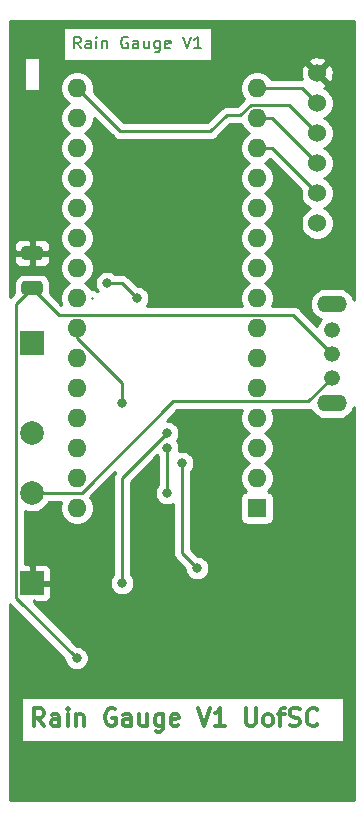
<source format=gbr>
%TF.GenerationSoftware,KiCad,Pcbnew,(5.1.9)-1*%
%TF.CreationDate,2021-11-05T10:50:43-04:00*%
%TF.ProjectId,raindrop,7261696e-6472-46f7-902e-6b696361645f,rev?*%
%TF.SameCoordinates,Original*%
%TF.FileFunction,Copper,L1,Top*%
%TF.FilePolarity,Positive*%
%FSLAX46Y46*%
G04 Gerber Fmt 4.6, Leading zero omitted, Abs format (unit mm)*
G04 Created by KiCad (PCBNEW (5.1.9)-1) date 2021-11-05 10:50:43*
%MOMM*%
%LPD*%
G01*
G04 APERTURE LIST*
%TA.AperFunction,NonConductor*%
%ADD10C,0.300000*%
%TD*%
%TA.AperFunction,NonConductor*%
%ADD11C,0.150000*%
%TD*%
%TA.AperFunction,ComponentPad*%
%ADD12C,1.524000*%
%TD*%
%TA.AperFunction,ComponentPad*%
%ADD13C,2.000000*%
%TD*%
%TA.AperFunction,ComponentPad*%
%ADD14R,2.000000X2.000000*%
%TD*%
%TA.AperFunction,ComponentPad*%
%ADD15O,1.600000X1.600000*%
%TD*%
%TA.AperFunction,ComponentPad*%
%ADD16R,1.600000X1.600000*%
%TD*%
%TA.AperFunction,ComponentPad*%
%ADD17C,1.324000*%
%TD*%
%TA.AperFunction,ComponentPad*%
%ADD18O,2.524000X1.424000*%
%TD*%
%TA.AperFunction,ViaPad*%
%ADD19C,0.800000*%
%TD*%
%TA.AperFunction,Conductor*%
%ADD20C,0.250000*%
%TD*%
%TA.AperFunction,Conductor*%
%ADD21C,0.500000*%
%TD*%
%TA.AperFunction,Conductor*%
%ADD22C,0.254000*%
%TD*%
%TA.AperFunction,Conductor*%
%ADD23C,0.100000*%
%TD*%
G04 APERTURE END LIST*
D10*
X130561428Y-123868571D02*
X130061428Y-123154285D01*
X129704285Y-123868571D02*
X129704285Y-122368571D01*
X130275714Y-122368571D01*
X130418571Y-122440000D01*
X130490000Y-122511428D01*
X130561428Y-122654285D01*
X130561428Y-122868571D01*
X130490000Y-123011428D01*
X130418571Y-123082857D01*
X130275714Y-123154285D01*
X129704285Y-123154285D01*
X131847142Y-123868571D02*
X131847142Y-123082857D01*
X131775714Y-122940000D01*
X131632857Y-122868571D01*
X131347142Y-122868571D01*
X131204285Y-122940000D01*
X131847142Y-123797142D02*
X131704285Y-123868571D01*
X131347142Y-123868571D01*
X131204285Y-123797142D01*
X131132857Y-123654285D01*
X131132857Y-123511428D01*
X131204285Y-123368571D01*
X131347142Y-123297142D01*
X131704285Y-123297142D01*
X131847142Y-123225714D01*
X132561428Y-123868571D02*
X132561428Y-122868571D01*
X132561428Y-122368571D02*
X132490000Y-122440000D01*
X132561428Y-122511428D01*
X132632857Y-122440000D01*
X132561428Y-122368571D01*
X132561428Y-122511428D01*
X133275714Y-122868571D02*
X133275714Y-123868571D01*
X133275714Y-123011428D02*
X133347142Y-122940000D01*
X133490000Y-122868571D01*
X133704285Y-122868571D01*
X133847142Y-122940000D01*
X133918571Y-123082857D01*
X133918571Y-123868571D01*
X136561428Y-122440000D02*
X136418571Y-122368571D01*
X136204285Y-122368571D01*
X135990000Y-122440000D01*
X135847142Y-122582857D01*
X135775714Y-122725714D01*
X135704285Y-123011428D01*
X135704285Y-123225714D01*
X135775714Y-123511428D01*
X135847142Y-123654285D01*
X135990000Y-123797142D01*
X136204285Y-123868571D01*
X136347142Y-123868571D01*
X136561428Y-123797142D01*
X136632857Y-123725714D01*
X136632857Y-123225714D01*
X136347142Y-123225714D01*
X137918571Y-123868571D02*
X137918571Y-123082857D01*
X137847142Y-122940000D01*
X137704285Y-122868571D01*
X137418571Y-122868571D01*
X137275714Y-122940000D01*
X137918571Y-123797142D02*
X137775714Y-123868571D01*
X137418571Y-123868571D01*
X137275714Y-123797142D01*
X137204285Y-123654285D01*
X137204285Y-123511428D01*
X137275714Y-123368571D01*
X137418571Y-123297142D01*
X137775714Y-123297142D01*
X137918571Y-123225714D01*
X139275714Y-122868571D02*
X139275714Y-123868571D01*
X138632857Y-122868571D02*
X138632857Y-123654285D01*
X138704285Y-123797142D01*
X138847142Y-123868571D01*
X139061428Y-123868571D01*
X139204285Y-123797142D01*
X139275714Y-123725714D01*
X140632857Y-122868571D02*
X140632857Y-124082857D01*
X140561428Y-124225714D01*
X140490000Y-124297142D01*
X140347142Y-124368571D01*
X140132857Y-124368571D01*
X139990000Y-124297142D01*
X140632857Y-123797142D02*
X140490000Y-123868571D01*
X140204285Y-123868571D01*
X140061428Y-123797142D01*
X139990000Y-123725714D01*
X139918571Y-123582857D01*
X139918571Y-123154285D01*
X139990000Y-123011428D01*
X140061428Y-122940000D01*
X140204285Y-122868571D01*
X140490000Y-122868571D01*
X140632857Y-122940000D01*
X141918571Y-123797142D02*
X141775714Y-123868571D01*
X141490000Y-123868571D01*
X141347142Y-123797142D01*
X141275714Y-123654285D01*
X141275714Y-123082857D01*
X141347142Y-122940000D01*
X141490000Y-122868571D01*
X141775714Y-122868571D01*
X141918571Y-122940000D01*
X141990000Y-123082857D01*
X141990000Y-123225714D01*
X141275714Y-123368571D01*
X143561428Y-122368571D02*
X144061428Y-123868571D01*
X144561428Y-122368571D01*
X145847142Y-123868571D02*
X144990000Y-123868571D01*
X145418571Y-123868571D02*
X145418571Y-122368571D01*
X145275714Y-122582857D01*
X145132857Y-122725714D01*
X144990000Y-122797142D01*
X147632857Y-122368571D02*
X147632857Y-123582857D01*
X147704285Y-123725714D01*
X147775714Y-123797142D01*
X147918571Y-123868571D01*
X148204285Y-123868571D01*
X148347142Y-123797142D01*
X148418571Y-123725714D01*
X148490000Y-123582857D01*
X148490000Y-122368571D01*
X149418571Y-123868571D02*
X149275714Y-123797142D01*
X149204285Y-123725714D01*
X149132857Y-123582857D01*
X149132857Y-123154285D01*
X149204285Y-123011428D01*
X149275714Y-122940000D01*
X149418571Y-122868571D01*
X149632857Y-122868571D01*
X149775714Y-122940000D01*
X149847142Y-123011428D01*
X149918571Y-123154285D01*
X149918571Y-123582857D01*
X149847142Y-123725714D01*
X149775714Y-123797142D01*
X149632857Y-123868571D01*
X149418571Y-123868571D01*
X150347142Y-122868571D02*
X150918571Y-122868571D01*
X150561428Y-123868571D02*
X150561428Y-122582857D01*
X150632857Y-122440000D01*
X150775714Y-122368571D01*
X150918571Y-122368571D01*
X151347142Y-123797142D02*
X151561428Y-123868571D01*
X151918571Y-123868571D01*
X152061428Y-123797142D01*
X152132857Y-123725714D01*
X152204285Y-123582857D01*
X152204285Y-123440000D01*
X152132857Y-123297142D01*
X152061428Y-123225714D01*
X151918571Y-123154285D01*
X151632857Y-123082857D01*
X151490000Y-123011428D01*
X151418571Y-122940000D01*
X151347142Y-122797142D01*
X151347142Y-122654285D01*
X151418571Y-122511428D01*
X151490000Y-122440000D01*
X151632857Y-122368571D01*
X151990000Y-122368571D01*
X152204285Y-122440000D01*
X153704285Y-123725714D02*
X153632857Y-123797142D01*
X153418571Y-123868571D01*
X153275714Y-123868571D01*
X153061428Y-123797142D01*
X152918571Y-123654285D01*
X152847142Y-123511428D01*
X152775714Y-123225714D01*
X152775714Y-123011428D01*
X152847142Y-122725714D01*
X152918571Y-122582857D01*
X153061428Y-122440000D01*
X153275714Y-122368571D01*
X153418571Y-122368571D01*
X153632857Y-122440000D01*
X153704285Y-122511428D01*
D11*
X133644285Y-66492380D02*
X133310952Y-66016190D01*
X133072857Y-66492380D02*
X133072857Y-65492380D01*
X133453809Y-65492380D01*
X133549047Y-65540000D01*
X133596666Y-65587619D01*
X133644285Y-65682857D01*
X133644285Y-65825714D01*
X133596666Y-65920952D01*
X133549047Y-65968571D01*
X133453809Y-66016190D01*
X133072857Y-66016190D01*
X134501428Y-66492380D02*
X134501428Y-65968571D01*
X134453809Y-65873333D01*
X134358571Y-65825714D01*
X134168095Y-65825714D01*
X134072857Y-65873333D01*
X134501428Y-66444761D02*
X134406190Y-66492380D01*
X134168095Y-66492380D01*
X134072857Y-66444761D01*
X134025238Y-66349523D01*
X134025238Y-66254285D01*
X134072857Y-66159047D01*
X134168095Y-66111428D01*
X134406190Y-66111428D01*
X134501428Y-66063809D01*
X134977619Y-66492380D02*
X134977619Y-65825714D01*
X134977619Y-65492380D02*
X134930000Y-65540000D01*
X134977619Y-65587619D01*
X135025238Y-65540000D01*
X134977619Y-65492380D01*
X134977619Y-65587619D01*
X135453809Y-65825714D02*
X135453809Y-66492380D01*
X135453809Y-65920952D02*
X135501428Y-65873333D01*
X135596666Y-65825714D01*
X135739523Y-65825714D01*
X135834761Y-65873333D01*
X135882380Y-65968571D01*
X135882380Y-66492380D01*
X137644285Y-65540000D02*
X137549047Y-65492380D01*
X137406190Y-65492380D01*
X137263333Y-65540000D01*
X137168095Y-65635238D01*
X137120476Y-65730476D01*
X137072857Y-65920952D01*
X137072857Y-66063809D01*
X137120476Y-66254285D01*
X137168095Y-66349523D01*
X137263333Y-66444761D01*
X137406190Y-66492380D01*
X137501428Y-66492380D01*
X137644285Y-66444761D01*
X137691904Y-66397142D01*
X137691904Y-66063809D01*
X137501428Y-66063809D01*
X138549047Y-66492380D02*
X138549047Y-65968571D01*
X138501428Y-65873333D01*
X138406190Y-65825714D01*
X138215714Y-65825714D01*
X138120476Y-65873333D01*
X138549047Y-66444761D02*
X138453809Y-66492380D01*
X138215714Y-66492380D01*
X138120476Y-66444761D01*
X138072857Y-66349523D01*
X138072857Y-66254285D01*
X138120476Y-66159047D01*
X138215714Y-66111428D01*
X138453809Y-66111428D01*
X138549047Y-66063809D01*
X139453809Y-65825714D02*
X139453809Y-66492380D01*
X139025238Y-65825714D02*
X139025238Y-66349523D01*
X139072857Y-66444761D01*
X139168095Y-66492380D01*
X139310952Y-66492380D01*
X139406190Y-66444761D01*
X139453809Y-66397142D01*
X140358571Y-65825714D02*
X140358571Y-66635238D01*
X140310952Y-66730476D01*
X140263333Y-66778095D01*
X140168095Y-66825714D01*
X140025238Y-66825714D01*
X139930000Y-66778095D01*
X140358571Y-66444761D02*
X140263333Y-66492380D01*
X140072857Y-66492380D01*
X139977619Y-66444761D01*
X139930000Y-66397142D01*
X139882380Y-66301904D01*
X139882380Y-66016190D01*
X139930000Y-65920952D01*
X139977619Y-65873333D01*
X140072857Y-65825714D01*
X140263333Y-65825714D01*
X140358571Y-65873333D01*
X141215714Y-66444761D02*
X141120476Y-66492380D01*
X140930000Y-66492380D01*
X140834761Y-66444761D01*
X140787142Y-66349523D01*
X140787142Y-65968571D01*
X140834761Y-65873333D01*
X140930000Y-65825714D01*
X141120476Y-65825714D01*
X141215714Y-65873333D01*
X141263333Y-65968571D01*
X141263333Y-66063809D01*
X140787142Y-66159047D01*
X142310952Y-65492380D02*
X142644285Y-66492380D01*
X142977619Y-65492380D01*
X143834761Y-66492380D02*
X143263333Y-66492380D01*
X143549047Y-66492380D02*
X143549047Y-65492380D01*
X143453809Y-65635238D01*
X143358571Y-65730476D01*
X143263333Y-65778095D01*
D12*
%TO.P,J1,1*%
%TO.N,Net-(A1-Pad17)*%
X153670000Y-81280000D03*
%TO.P,J1,2*%
%TO.N,Net-(A1-Pad13)*%
X153670000Y-78740000D03*
%TO.P,J1,3*%
%TO.N,Net-(A1-Pad14)*%
X153670000Y-76200000D03*
%TO.P,J1,4*%
%TO.N,Net-(A1-Pad16)*%
X153670000Y-73660000D03*
%TO.P,J1,5*%
%TO.N,Net-(A1-Pad15)*%
X153670000Y-71120000D03*
%TO.P,J1,6*%
%TO.N,Earth*%
X153670000Y-68580000D03*
%TD*%
D13*
%TO.P,J2,1*%
%TO.N,Net-(A1-Pad27)*%
X129540000Y-99060000D03*
D14*
%TO.P,J2,2*%
%TO.N,Net-(A1-Pad19)*%
X129540000Y-91440000D03*
%TD*%
%TO.P,C1,2*%
%TO.N,Earth*%
%TA.AperFunction,SMDPad,CuDef*%
G36*
G01*
X130190001Y-84395000D02*
X128889999Y-84395000D01*
G75*
G02*
X128640000Y-84145001I0J249999D01*
G01*
X128640000Y-83494999D01*
G75*
G02*
X128889999Y-83245000I249999J0D01*
G01*
X130190001Y-83245000D01*
G75*
G02*
X130440000Y-83494999I0J-249999D01*
G01*
X130440000Y-84145001D01*
G75*
G02*
X130190001Y-84395000I-249999J0D01*
G01*
G37*
%TD.AperFunction*%
%TO.P,C1,1*%
%TO.N,Net-(C1-Pad1)*%
%TA.AperFunction,SMDPad,CuDef*%
G36*
G01*
X130190001Y-87345000D02*
X128889999Y-87345000D01*
G75*
G02*
X128640000Y-87095001I0J249999D01*
G01*
X128640000Y-86444999D01*
G75*
G02*
X128889999Y-86195000I249999J0D01*
G01*
X130190001Y-86195000D01*
G75*
G02*
X130440000Y-86444999I0J-249999D01*
G01*
X130440000Y-87095001D01*
G75*
G02*
X130190001Y-87345000I-249999J0D01*
G01*
G37*
%TD.AperFunction*%
%TD*%
D15*
%TO.P,A1,16*%
%TO.N,Net-(A1-Pad16)*%
X133350000Y-69850000D03*
%TO.P,A1,15*%
%TO.N,Net-(A1-Pad15)*%
X148590000Y-69850000D03*
%TO.P,A1,30*%
%TO.N,Net-(A1-Pad30)*%
X133350000Y-105410000D03*
%TO.P,A1,14*%
%TO.N,Net-(A1-Pad14)*%
X148590000Y-72390000D03*
%TO.P,A1,29*%
%TO.N,GND*%
X133350000Y-102870000D03*
%TO.P,A1,13*%
%TO.N,Net-(A1-Pad13)*%
X148590000Y-74930000D03*
%TO.P,A1,28*%
%TO.N,Net-(A1-Pad28)*%
X133350000Y-100330000D03*
%TO.P,A1,12*%
%TO.N,Net-(A1-Pad12)*%
X148590000Y-77470000D03*
%TO.P,A1,27*%
%TO.N,Net-(A1-Pad27)*%
X133350000Y-97790000D03*
%TO.P,A1,11*%
%TO.N,Net-(A1-Pad11)*%
X148590000Y-80010000D03*
%TO.P,A1,26*%
%TO.N,Net-(A1-Pad26)*%
X133350000Y-95250000D03*
%TO.P,A1,10*%
%TO.N,Net-(A1-Pad10)*%
X148590000Y-82550000D03*
%TO.P,A1,25*%
%TO.N,Net-(A1-Pad25)*%
X133350000Y-92710000D03*
%TO.P,A1,9*%
%TO.N,Net-(A1-Pad9)*%
X148590000Y-85090000D03*
%TO.P,A1,24*%
%TO.N,Net-(A1-Pad24)*%
X133350000Y-90170000D03*
%TO.P,A1,8*%
%TO.N,Net-(A1-Pad8)*%
X148590000Y-87630000D03*
%TO.P,A1,23*%
%TO.N,Net-(A1-Pad23)*%
X133350000Y-87630000D03*
%TO.P,A1,7*%
%TO.N,Net-(A1-Pad7)*%
X148590000Y-90170000D03*
%TO.P,A1,22*%
%TO.N,Net-(A1-Pad22)*%
X133350000Y-85090000D03*
%TO.P,A1,6*%
%TO.N,Net-(A1-Pad6)*%
X148590000Y-92710000D03*
%TO.P,A1,21*%
%TO.N,Net-(A1-Pad21)*%
X133350000Y-82550000D03*
%TO.P,A1,5*%
%TO.N,Net-(A1-Pad5)*%
X148590000Y-95250000D03*
%TO.P,A1,20*%
%TO.N,Net-(A1-Pad20)*%
X133350000Y-80010000D03*
%TO.P,A1,4*%
%TO.N,GND*%
X148590000Y-97790000D03*
%TO.P,A1,19*%
%TO.N,Net-(A1-Pad19)*%
X133350000Y-77470000D03*
%TO.P,A1,3*%
%TO.N,Net-(A1-Pad3)*%
X148590000Y-100330000D03*
%TO.P,A1,18*%
%TO.N,Net-(A1-Pad18)*%
X133350000Y-74930000D03*
%TO.P,A1,2*%
%TO.N,Net-(A1-Pad2)*%
X148590000Y-102870000D03*
%TO.P,A1,17*%
%TO.N,Net-(A1-Pad17)*%
X133350000Y-72390000D03*
D16*
%TO.P,A1,1*%
%TO.N,Net-(A1-Pad1)*%
X148590000Y-105410000D03*
%TD*%
D17*
%TO.P,J4,1*%
%TO.N,Net-(J3-Pad1)*%
X154940000Y-94361000D03*
%TO.P,J4,2*%
%TO.N,Net-(C1-Pad1)*%
X154940000Y-92329000D03*
%TO.P,J4,3*%
%TO.N,N/C*%
X154940000Y-90297000D03*
D18*
%TO.P,J4,4*%
X154940000Y-96520000D03*
%TO.P,J4,5*%
X154940000Y-88138000D03*
%TD*%
D13*
%TO.P,J3,1*%
%TO.N,Net-(J3-Pad1)*%
X129540000Y-104140000D03*
D14*
%TO.P,J3,2*%
%TO.N,Earth*%
X129540000Y-111760000D03*
%TD*%
D19*
%TO.N,Earth*%
X129540000Y-127000000D03*
X154940000Y-127000000D03*
X128270000Y-66040000D03*
X140970000Y-74930000D03*
X140970000Y-83820000D03*
%TO.N,Net-(C1-Pad1)*%
X133304998Y-118110000D03*
%TO.N,Net-(A1-Pad17)*%
X137160000Y-111760000D03*
X137160000Y-111760000D03*
X140970000Y-99060000D03*
X140970000Y-99060000D03*
%TO.N,Net-(A1-Pad24)*%
X140970000Y-104140000D03*
X140970000Y-104140000D03*
X140970000Y-100330000D03*
X140970000Y-100330000D03*
X137160000Y-96520000D03*
%TO.N,Net-(A1-Pad23)*%
X135890000Y-86360000D03*
X138430000Y-87630000D03*
X142240000Y-101600000D03*
X143510000Y-110490000D03*
%TD*%
D20*
%TO.N,*%
X134620000Y-87630000D02*
X134620000Y-87630000D01*
D21*
%TO.N,Earth*%
X140970000Y-74930000D02*
X140970000Y-83820000D01*
D20*
%TO.N,Net-(C1-Pad1)*%
X151655999Y-89044999D02*
X154940000Y-92329000D01*
X131814999Y-89044999D02*
X151655999Y-89044999D01*
X129540000Y-86770000D02*
X131814999Y-89044999D01*
X128214999Y-113020001D02*
X133304998Y-118110000D01*
X128214999Y-88095001D02*
X128214999Y-113020001D01*
X129540000Y-86770000D02*
X128214999Y-88095001D01*
X133304998Y-118110000D02*
X133304998Y-118110000D01*
%TO.N,Net-(A1-Pad17)*%
X137160000Y-111760000D02*
X137160000Y-102870000D01*
X137160000Y-102870000D02*
X140970000Y-99060000D01*
X140970000Y-99060000D02*
X140970000Y-99060000D01*
%TO.N,Net-(A1-Pad13)*%
X149860000Y-74930000D02*
X153670000Y-78740000D01*
X148590000Y-74930000D02*
X148590000Y-74930000D01*
X148590000Y-74930000D02*
X149860000Y-74930000D01*
X153670000Y-78740000D02*
X153670000Y-78740000D01*
%TO.N,Net-(A1-Pad16)*%
X137015001Y-73515001D02*
X133350000Y-69850000D01*
X153670000Y-73660000D02*
X153670000Y-73660000D01*
X151274999Y-71264999D02*
X148049999Y-71264999D01*
X153670000Y-73660000D02*
X151274999Y-71264999D01*
X148049999Y-71264999D02*
X147175001Y-72139997D01*
X147175001Y-72139997D02*
X146010005Y-72139997D01*
X146010005Y-72139997D02*
X144635001Y-73515001D01*
X144635001Y-73515001D02*
X137015001Y-73515001D01*
%TO.N,Net-(A1-Pad14)*%
X149860000Y-72390000D02*
X153670000Y-76200000D01*
X148590000Y-72390000D02*
X148590000Y-72390000D01*
X148590000Y-72390000D02*
X149860000Y-72390000D01*
X153670000Y-76200000D02*
X153670000Y-76200000D01*
%TO.N,Net-(A1-Pad15)*%
X152400000Y-69850000D02*
X153670000Y-71120000D01*
X148590000Y-69850000D02*
X152400000Y-69850000D01*
%TO.N,Net-(J3-Pad1)*%
X152925999Y-96375001D02*
X154940000Y-94361000D01*
X141510001Y-96375001D02*
X152925999Y-96375001D01*
X133745002Y-104140000D02*
X141510001Y-96375001D01*
X129540000Y-104140000D02*
X133745002Y-104140000D01*
%TO.N,Net-(A1-Pad24)*%
X140970000Y-104140000D02*
X140970000Y-100330000D01*
X140970000Y-100330000D02*
X140970000Y-100330000D01*
X140970000Y-100330000D02*
X140970000Y-100330000D01*
X133350000Y-91044998D02*
X133350000Y-90170000D01*
X137160000Y-94854998D02*
X133350000Y-91044998D01*
X137160000Y-96520000D02*
X137160000Y-94854998D01*
X133350000Y-90170000D02*
X133350000Y-90170000D01*
%TO.N,Net-(A1-Pad23)*%
X135890000Y-86360000D02*
X137160000Y-86360000D01*
X137160000Y-86360000D02*
X138430000Y-87630000D01*
X138430000Y-87630000D02*
X138430000Y-87630000D01*
X142240000Y-101600000D02*
X142240000Y-109220000D01*
X142240000Y-109220000D02*
X143510000Y-110490000D01*
X143510000Y-110490000D02*
X143510000Y-110490000D01*
%TD*%
D22*
%TO.N,Earth*%
X156795000Y-130125000D02*
X127685000Y-130125000D01*
X127685000Y-121400000D01*
X128562143Y-121400000D01*
X128562143Y-125220000D01*
X155917857Y-125220000D01*
X155917857Y-121400000D01*
X128562143Y-121400000D01*
X127685000Y-121400000D01*
X127685000Y-113568210D01*
X127703997Y-113583800D01*
X132269998Y-118149802D01*
X132269998Y-118211939D01*
X132309772Y-118411898D01*
X132387793Y-118600256D01*
X132501061Y-118769774D01*
X132645224Y-118913937D01*
X132814742Y-119027205D01*
X133003100Y-119105226D01*
X133203059Y-119145000D01*
X133406937Y-119145000D01*
X133606896Y-119105226D01*
X133795254Y-119027205D01*
X133964772Y-118913937D01*
X134108935Y-118769774D01*
X134222203Y-118600256D01*
X134300224Y-118411898D01*
X134339998Y-118211939D01*
X134339998Y-118008061D01*
X134300224Y-117808102D01*
X134222203Y-117619744D01*
X134108935Y-117450226D01*
X133964772Y-117306063D01*
X133795254Y-117192795D01*
X133606896Y-117114774D01*
X133406937Y-117075000D01*
X133344800Y-117075000D01*
X129664799Y-113395000D01*
X129667002Y-113395000D01*
X129667002Y-113236252D01*
X129825750Y-113395000D01*
X130540000Y-113398072D01*
X130664482Y-113385812D01*
X130784180Y-113349502D01*
X130894494Y-113290537D01*
X130991185Y-113211185D01*
X131070537Y-113114494D01*
X131129502Y-113004180D01*
X131165812Y-112884482D01*
X131178072Y-112760000D01*
X131175000Y-112045750D01*
X131016250Y-111887000D01*
X129667000Y-111887000D01*
X129667000Y-111907000D01*
X129413000Y-111907000D01*
X129413000Y-111887000D01*
X129393000Y-111887000D01*
X129393000Y-111633000D01*
X129413000Y-111633000D01*
X129413000Y-110283750D01*
X129667000Y-110283750D01*
X129667000Y-111633000D01*
X131016250Y-111633000D01*
X131175000Y-111474250D01*
X131178072Y-110760000D01*
X131165812Y-110635518D01*
X131129502Y-110515820D01*
X131070537Y-110405506D01*
X130991185Y-110308815D01*
X130894494Y-110229463D01*
X130784180Y-110170498D01*
X130664482Y-110134188D01*
X130540000Y-110121928D01*
X129825750Y-110125000D01*
X129667000Y-110283750D01*
X129413000Y-110283750D01*
X129254250Y-110125000D01*
X128974999Y-110123799D01*
X128974999Y-105675680D01*
X129063088Y-105712168D01*
X129378967Y-105775000D01*
X129701033Y-105775000D01*
X130016912Y-105712168D01*
X130314463Y-105588918D01*
X130582252Y-105409987D01*
X130809987Y-105182252D01*
X130988918Y-104914463D01*
X130994909Y-104900000D01*
X132008017Y-104900000D01*
X131970147Y-104991426D01*
X131915000Y-105268665D01*
X131915000Y-105551335D01*
X131970147Y-105828574D01*
X132078320Y-106089727D01*
X132235363Y-106324759D01*
X132435241Y-106524637D01*
X132670273Y-106681680D01*
X132931426Y-106789853D01*
X133208665Y-106845000D01*
X133491335Y-106845000D01*
X133768574Y-106789853D01*
X134029727Y-106681680D01*
X134264759Y-106524637D01*
X134464637Y-106324759D01*
X134621680Y-106089727D01*
X134729853Y-105828574D01*
X134785000Y-105551335D01*
X134785000Y-105268665D01*
X134729853Y-104991426D01*
X134621680Y-104730273D01*
X134464637Y-104495241D01*
X134464600Y-104495204D01*
X136575128Y-102384676D01*
X136525026Y-102445724D01*
X136454454Y-102577754D01*
X136424180Y-102677558D01*
X136410998Y-102721014D01*
X136400001Y-102832667D01*
X136396324Y-102870000D01*
X136400001Y-102907332D01*
X136400000Y-111056289D01*
X136356063Y-111100226D01*
X136242795Y-111269744D01*
X136164774Y-111458102D01*
X136125000Y-111658061D01*
X136125000Y-111861939D01*
X136164774Y-112061898D01*
X136242795Y-112250256D01*
X136356063Y-112419774D01*
X136500226Y-112563937D01*
X136669744Y-112677205D01*
X136858102Y-112755226D01*
X137058061Y-112795000D01*
X137261939Y-112795000D01*
X137461898Y-112755226D01*
X137650256Y-112677205D01*
X137819774Y-112563937D01*
X137963937Y-112419774D01*
X138077205Y-112250256D01*
X138155226Y-112061898D01*
X138195000Y-111861939D01*
X138195000Y-111658061D01*
X138155226Y-111458102D01*
X138077205Y-111269744D01*
X137963937Y-111100226D01*
X137920000Y-111056289D01*
X137920000Y-103184801D01*
X140145621Y-100959181D01*
X140166063Y-100989774D01*
X140210001Y-101033712D01*
X140210000Y-103436289D01*
X140166063Y-103480226D01*
X140052795Y-103649744D01*
X139974774Y-103838102D01*
X139935000Y-104038061D01*
X139935000Y-104241939D01*
X139974774Y-104441898D01*
X140052795Y-104630256D01*
X140166063Y-104799774D01*
X140310226Y-104943937D01*
X140479744Y-105057205D01*
X140668102Y-105135226D01*
X140868061Y-105175000D01*
X141071939Y-105175000D01*
X141271898Y-105135226D01*
X141460256Y-105057205D01*
X141480000Y-105044012D01*
X141480001Y-109182668D01*
X141476324Y-109220000D01*
X141490998Y-109368985D01*
X141534454Y-109512246D01*
X141605026Y-109644276D01*
X141675379Y-109730000D01*
X141700000Y-109760001D01*
X141728998Y-109783799D01*
X142475000Y-110529802D01*
X142475000Y-110591939D01*
X142514774Y-110791898D01*
X142592795Y-110980256D01*
X142706063Y-111149774D01*
X142850226Y-111293937D01*
X143019744Y-111407205D01*
X143208102Y-111485226D01*
X143408061Y-111525000D01*
X143611939Y-111525000D01*
X143811898Y-111485226D01*
X144000256Y-111407205D01*
X144169774Y-111293937D01*
X144313937Y-111149774D01*
X144427205Y-110980256D01*
X144505226Y-110791898D01*
X144545000Y-110591939D01*
X144545000Y-110388061D01*
X144505226Y-110188102D01*
X144427205Y-109999744D01*
X144313937Y-109830226D01*
X144169774Y-109686063D01*
X144000256Y-109572795D01*
X143811898Y-109494774D01*
X143611939Y-109455000D01*
X143549802Y-109455000D01*
X143000000Y-108905199D01*
X143000000Y-102303711D01*
X143043937Y-102259774D01*
X143157205Y-102090256D01*
X143235226Y-101901898D01*
X143275000Y-101701939D01*
X143275000Y-101498061D01*
X143235226Y-101298102D01*
X143157205Y-101109744D01*
X143043937Y-100940226D01*
X142899774Y-100796063D01*
X142730256Y-100682795D01*
X142541898Y-100604774D01*
X142341939Y-100565000D01*
X142138061Y-100565000D01*
X141971961Y-100598039D01*
X142005000Y-100431939D01*
X142005000Y-100228061D01*
X141965226Y-100028102D01*
X141887205Y-99839744D01*
X141790490Y-99695000D01*
X141887205Y-99550256D01*
X141965226Y-99361898D01*
X142005000Y-99161939D01*
X142005000Y-98958061D01*
X141965226Y-98758102D01*
X141887205Y-98569744D01*
X141773937Y-98400226D01*
X141629774Y-98256063D01*
X141460256Y-98142795D01*
X141271898Y-98064774D01*
X141071939Y-98025000D01*
X140934804Y-98025000D01*
X141824803Y-97135001D01*
X147308077Y-97135001D01*
X147210147Y-97371426D01*
X147155000Y-97648665D01*
X147155000Y-97931335D01*
X147210147Y-98208574D01*
X147318320Y-98469727D01*
X147475363Y-98704759D01*
X147675241Y-98904637D01*
X147907759Y-99060000D01*
X147675241Y-99215363D01*
X147475363Y-99415241D01*
X147318320Y-99650273D01*
X147210147Y-99911426D01*
X147155000Y-100188665D01*
X147155000Y-100471335D01*
X147210147Y-100748574D01*
X147318320Y-101009727D01*
X147475363Y-101244759D01*
X147675241Y-101444637D01*
X147907759Y-101600000D01*
X147675241Y-101755363D01*
X147475363Y-101955241D01*
X147318320Y-102190273D01*
X147210147Y-102451426D01*
X147155000Y-102728665D01*
X147155000Y-103011335D01*
X147210147Y-103288574D01*
X147318320Y-103549727D01*
X147475363Y-103784759D01*
X147673961Y-103983357D01*
X147665518Y-103984188D01*
X147545820Y-104020498D01*
X147435506Y-104079463D01*
X147338815Y-104158815D01*
X147259463Y-104255506D01*
X147200498Y-104365820D01*
X147164188Y-104485518D01*
X147151928Y-104610000D01*
X147151928Y-106210000D01*
X147164188Y-106334482D01*
X147200498Y-106454180D01*
X147259463Y-106564494D01*
X147338815Y-106661185D01*
X147435506Y-106740537D01*
X147545820Y-106799502D01*
X147665518Y-106835812D01*
X147790000Y-106848072D01*
X149390000Y-106848072D01*
X149514482Y-106835812D01*
X149634180Y-106799502D01*
X149744494Y-106740537D01*
X149841185Y-106661185D01*
X149920537Y-106564494D01*
X149979502Y-106454180D01*
X150015812Y-106334482D01*
X150028072Y-106210000D01*
X150028072Y-104610000D01*
X150015812Y-104485518D01*
X149979502Y-104365820D01*
X149920537Y-104255506D01*
X149841185Y-104158815D01*
X149744494Y-104079463D01*
X149634180Y-104020498D01*
X149514482Y-103984188D01*
X149506039Y-103983357D01*
X149704637Y-103784759D01*
X149861680Y-103549727D01*
X149969853Y-103288574D01*
X150025000Y-103011335D01*
X150025000Y-102728665D01*
X149969853Y-102451426D01*
X149861680Y-102190273D01*
X149704637Y-101955241D01*
X149504759Y-101755363D01*
X149272241Y-101600000D01*
X149504759Y-101444637D01*
X149704637Y-101244759D01*
X149861680Y-101009727D01*
X149969853Y-100748574D01*
X150025000Y-100471335D01*
X150025000Y-100188665D01*
X149969853Y-99911426D01*
X149861680Y-99650273D01*
X149704637Y-99415241D01*
X149504759Y-99215363D01*
X149272241Y-99060000D01*
X149504759Y-98904637D01*
X149704637Y-98704759D01*
X149861680Y-98469727D01*
X149969853Y-98208574D01*
X150025000Y-97931335D01*
X150025000Y-97648665D01*
X149969853Y-97371426D01*
X149871923Y-97135001D01*
X152888677Y-97135001D01*
X152925999Y-97138677D01*
X152963321Y-97135001D01*
X152963332Y-97135001D01*
X153074985Y-97124004D01*
X153170081Y-97095157D01*
X153264592Y-97271974D01*
X153432919Y-97477081D01*
X153638026Y-97645408D01*
X153872031Y-97770487D01*
X154125942Y-97847510D01*
X154323831Y-97867000D01*
X155556169Y-97867000D01*
X155754058Y-97847510D01*
X156007969Y-97770487D01*
X156241974Y-97645408D01*
X156447081Y-97477081D01*
X156615408Y-97271974D01*
X156740487Y-97037969D01*
X156795001Y-96858262D01*
X156795000Y-130125000D01*
%TA.AperFunction,Conductor*%
D23*
G36*
X156795000Y-130125000D02*
G01*
X127685000Y-130125000D01*
X127685000Y-121400000D01*
X128562143Y-121400000D01*
X128562143Y-125220000D01*
X155917857Y-125220000D01*
X155917857Y-121400000D01*
X128562143Y-121400000D01*
X127685000Y-121400000D01*
X127685000Y-113568210D01*
X127703997Y-113583800D01*
X132269998Y-118149802D01*
X132269998Y-118211939D01*
X132309772Y-118411898D01*
X132387793Y-118600256D01*
X132501061Y-118769774D01*
X132645224Y-118913937D01*
X132814742Y-119027205D01*
X133003100Y-119105226D01*
X133203059Y-119145000D01*
X133406937Y-119145000D01*
X133606896Y-119105226D01*
X133795254Y-119027205D01*
X133964772Y-118913937D01*
X134108935Y-118769774D01*
X134222203Y-118600256D01*
X134300224Y-118411898D01*
X134339998Y-118211939D01*
X134339998Y-118008061D01*
X134300224Y-117808102D01*
X134222203Y-117619744D01*
X134108935Y-117450226D01*
X133964772Y-117306063D01*
X133795254Y-117192795D01*
X133606896Y-117114774D01*
X133406937Y-117075000D01*
X133344800Y-117075000D01*
X129664799Y-113395000D01*
X129667002Y-113395000D01*
X129667002Y-113236252D01*
X129825750Y-113395000D01*
X130540000Y-113398072D01*
X130664482Y-113385812D01*
X130784180Y-113349502D01*
X130894494Y-113290537D01*
X130991185Y-113211185D01*
X131070537Y-113114494D01*
X131129502Y-113004180D01*
X131165812Y-112884482D01*
X131178072Y-112760000D01*
X131175000Y-112045750D01*
X131016250Y-111887000D01*
X129667000Y-111887000D01*
X129667000Y-111907000D01*
X129413000Y-111907000D01*
X129413000Y-111887000D01*
X129393000Y-111887000D01*
X129393000Y-111633000D01*
X129413000Y-111633000D01*
X129413000Y-110283750D01*
X129667000Y-110283750D01*
X129667000Y-111633000D01*
X131016250Y-111633000D01*
X131175000Y-111474250D01*
X131178072Y-110760000D01*
X131165812Y-110635518D01*
X131129502Y-110515820D01*
X131070537Y-110405506D01*
X130991185Y-110308815D01*
X130894494Y-110229463D01*
X130784180Y-110170498D01*
X130664482Y-110134188D01*
X130540000Y-110121928D01*
X129825750Y-110125000D01*
X129667000Y-110283750D01*
X129413000Y-110283750D01*
X129254250Y-110125000D01*
X128974999Y-110123799D01*
X128974999Y-105675680D01*
X129063088Y-105712168D01*
X129378967Y-105775000D01*
X129701033Y-105775000D01*
X130016912Y-105712168D01*
X130314463Y-105588918D01*
X130582252Y-105409987D01*
X130809987Y-105182252D01*
X130988918Y-104914463D01*
X130994909Y-104900000D01*
X132008017Y-104900000D01*
X131970147Y-104991426D01*
X131915000Y-105268665D01*
X131915000Y-105551335D01*
X131970147Y-105828574D01*
X132078320Y-106089727D01*
X132235363Y-106324759D01*
X132435241Y-106524637D01*
X132670273Y-106681680D01*
X132931426Y-106789853D01*
X133208665Y-106845000D01*
X133491335Y-106845000D01*
X133768574Y-106789853D01*
X134029727Y-106681680D01*
X134264759Y-106524637D01*
X134464637Y-106324759D01*
X134621680Y-106089727D01*
X134729853Y-105828574D01*
X134785000Y-105551335D01*
X134785000Y-105268665D01*
X134729853Y-104991426D01*
X134621680Y-104730273D01*
X134464637Y-104495241D01*
X134464600Y-104495204D01*
X136575128Y-102384676D01*
X136525026Y-102445724D01*
X136454454Y-102577754D01*
X136424180Y-102677558D01*
X136410998Y-102721014D01*
X136400001Y-102832667D01*
X136396324Y-102870000D01*
X136400001Y-102907332D01*
X136400000Y-111056289D01*
X136356063Y-111100226D01*
X136242795Y-111269744D01*
X136164774Y-111458102D01*
X136125000Y-111658061D01*
X136125000Y-111861939D01*
X136164774Y-112061898D01*
X136242795Y-112250256D01*
X136356063Y-112419774D01*
X136500226Y-112563937D01*
X136669744Y-112677205D01*
X136858102Y-112755226D01*
X137058061Y-112795000D01*
X137261939Y-112795000D01*
X137461898Y-112755226D01*
X137650256Y-112677205D01*
X137819774Y-112563937D01*
X137963937Y-112419774D01*
X138077205Y-112250256D01*
X138155226Y-112061898D01*
X138195000Y-111861939D01*
X138195000Y-111658061D01*
X138155226Y-111458102D01*
X138077205Y-111269744D01*
X137963937Y-111100226D01*
X137920000Y-111056289D01*
X137920000Y-103184801D01*
X140145621Y-100959181D01*
X140166063Y-100989774D01*
X140210001Y-101033712D01*
X140210000Y-103436289D01*
X140166063Y-103480226D01*
X140052795Y-103649744D01*
X139974774Y-103838102D01*
X139935000Y-104038061D01*
X139935000Y-104241939D01*
X139974774Y-104441898D01*
X140052795Y-104630256D01*
X140166063Y-104799774D01*
X140310226Y-104943937D01*
X140479744Y-105057205D01*
X140668102Y-105135226D01*
X140868061Y-105175000D01*
X141071939Y-105175000D01*
X141271898Y-105135226D01*
X141460256Y-105057205D01*
X141480000Y-105044012D01*
X141480001Y-109182668D01*
X141476324Y-109220000D01*
X141490998Y-109368985D01*
X141534454Y-109512246D01*
X141605026Y-109644276D01*
X141675379Y-109730000D01*
X141700000Y-109760001D01*
X141728998Y-109783799D01*
X142475000Y-110529802D01*
X142475000Y-110591939D01*
X142514774Y-110791898D01*
X142592795Y-110980256D01*
X142706063Y-111149774D01*
X142850226Y-111293937D01*
X143019744Y-111407205D01*
X143208102Y-111485226D01*
X143408061Y-111525000D01*
X143611939Y-111525000D01*
X143811898Y-111485226D01*
X144000256Y-111407205D01*
X144169774Y-111293937D01*
X144313937Y-111149774D01*
X144427205Y-110980256D01*
X144505226Y-110791898D01*
X144545000Y-110591939D01*
X144545000Y-110388061D01*
X144505226Y-110188102D01*
X144427205Y-109999744D01*
X144313937Y-109830226D01*
X144169774Y-109686063D01*
X144000256Y-109572795D01*
X143811898Y-109494774D01*
X143611939Y-109455000D01*
X143549802Y-109455000D01*
X143000000Y-108905199D01*
X143000000Y-102303711D01*
X143043937Y-102259774D01*
X143157205Y-102090256D01*
X143235226Y-101901898D01*
X143275000Y-101701939D01*
X143275000Y-101498061D01*
X143235226Y-101298102D01*
X143157205Y-101109744D01*
X143043937Y-100940226D01*
X142899774Y-100796063D01*
X142730256Y-100682795D01*
X142541898Y-100604774D01*
X142341939Y-100565000D01*
X142138061Y-100565000D01*
X141971961Y-100598039D01*
X142005000Y-100431939D01*
X142005000Y-100228061D01*
X141965226Y-100028102D01*
X141887205Y-99839744D01*
X141790490Y-99695000D01*
X141887205Y-99550256D01*
X141965226Y-99361898D01*
X142005000Y-99161939D01*
X142005000Y-98958061D01*
X141965226Y-98758102D01*
X141887205Y-98569744D01*
X141773937Y-98400226D01*
X141629774Y-98256063D01*
X141460256Y-98142795D01*
X141271898Y-98064774D01*
X141071939Y-98025000D01*
X140934804Y-98025000D01*
X141824803Y-97135001D01*
X147308077Y-97135001D01*
X147210147Y-97371426D01*
X147155000Y-97648665D01*
X147155000Y-97931335D01*
X147210147Y-98208574D01*
X147318320Y-98469727D01*
X147475363Y-98704759D01*
X147675241Y-98904637D01*
X147907759Y-99060000D01*
X147675241Y-99215363D01*
X147475363Y-99415241D01*
X147318320Y-99650273D01*
X147210147Y-99911426D01*
X147155000Y-100188665D01*
X147155000Y-100471335D01*
X147210147Y-100748574D01*
X147318320Y-101009727D01*
X147475363Y-101244759D01*
X147675241Y-101444637D01*
X147907759Y-101600000D01*
X147675241Y-101755363D01*
X147475363Y-101955241D01*
X147318320Y-102190273D01*
X147210147Y-102451426D01*
X147155000Y-102728665D01*
X147155000Y-103011335D01*
X147210147Y-103288574D01*
X147318320Y-103549727D01*
X147475363Y-103784759D01*
X147673961Y-103983357D01*
X147665518Y-103984188D01*
X147545820Y-104020498D01*
X147435506Y-104079463D01*
X147338815Y-104158815D01*
X147259463Y-104255506D01*
X147200498Y-104365820D01*
X147164188Y-104485518D01*
X147151928Y-104610000D01*
X147151928Y-106210000D01*
X147164188Y-106334482D01*
X147200498Y-106454180D01*
X147259463Y-106564494D01*
X147338815Y-106661185D01*
X147435506Y-106740537D01*
X147545820Y-106799502D01*
X147665518Y-106835812D01*
X147790000Y-106848072D01*
X149390000Y-106848072D01*
X149514482Y-106835812D01*
X149634180Y-106799502D01*
X149744494Y-106740537D01*
X149841185Y-106661185D01*
X149920537Y-106564494D01*
X149979502Y-106454180D01*
X150015812Y-106334482D01*
X150028072Y-106210000D01*
X150028072Y-104610000D01*
X150015812Y-104485518D01*
X149979502Y-104365820D01*
X149920537Y-104255506D01*
X149841185Y-104158815D01*
X149744494Y-104079463D01*
X149634180Y-104020498D01*
X149514482Y-103984188D01*
X149506039Y-103983357D01*
X149704637Y-103784759D01*
X149861680Y-103549727D01*
X149969853Y-103288574D01*
X150025000Y-103011335D01*
X150025000Y-102728665D01*
X149969853Y-102451426D01*
X149861680Y-102190273D01*
X149704637Y-101955241D01*
X149504759Y-101755363D01*
X149272241Y-101600000D01*
X149504759Y-101444637D01*
X149704637Y-101244759D01*
X149861680Y-101009727D01*
X149969853Y-100748574D01*
X150025000Y-100471335D01*
X150025000Y-100188665D01*
X149969853Y-99911426D01*
X149861680Y-99650273D01*
X149704637Y-99415241D01*
X149504759Y-99215363D01*
X149272241Y-99060000D01*
X149504759Y-98904637D01*
X149704637Y-98704759D01*
X149861680Y-98469727D01*
X149969853Y-98208574D01*
X150025000Y-97931335D01*
X150025000Y-97648665D01*
X149969853Y-97371426D01*
X149871923Y-97135001D01*
X152888677Y-97135001D01*
X152925999Y-97138677D01*
X152963321Y-97135001D01*
X152963332Y-97135001D01*
X153074985Y-97124004D01*
X153170081Y-97095157D01*
X153264592Y-97271974D01*
X153432919Y-97477081D01*
X153638026Y-97645408D01*
X153872031Y-97770487D01*
X154125942Y-97847510D01*
X154323831Y-97867000D01*
X155556169Y-97867000D01*
X155754058Y-97847510D01*
X156007969Y-97770487D01*
X156241974Y-97645408D01*
X156447081Y-97477081D01*
X156615408Y-97271974D01*
X156740487Y-97037969D01*
X156795001Y-96858262D01*
X156795000Y-130125000D01*
G37*
%TD.AperFunction*%
D22*
X156795001Y-87799739D02*
X156740487Y-87620031D01*
X156615408Y-87386026D01*
X156447081Y-87180919D01*
X156241974Y-87012592D01*
X156007969Y-86887513D01*
X155754058Y-86810490D01*
X155556169Y-86791000D01*
X154323831Y-86791000D01*
X154125942Y-86810490D01*
X153872031Y-86887513D01*
X153638026Y-87012592D01*
X153432919Y-87180919D01*
X153264592Y-87386026D01*
X153139513Y-87620031D01*
X153062490Y-87873942D01*
X153036483Y-88138000D01*
X153062490Y-88402058D01*
X153139513Y-88655969D01*
X153264592Y-88889974D01*
X153432919Y-89095081D01*
X153638026Y-89263408D01*
X153872031Y-89388487D01*
X153981170Y-89421594D01*
X153932554Y-89470210D01*
X153790613Y-89682640D01*
X153692843Y-89918679D01*
X153678183Y-89992381D01*
X152219803Y-88534002D01*
X152196000Y-88504998D01*
X152080275Y-88410025D01*
X151948246Y-88339453D01*
X151804985Y-88295996D01*
X151693332Y-88284999D01*
X151693321Y-88284999D01*
X151655999Y-88281323D01*
X151618677Y-88284999D01*
X149871923Y-88284999D01*
X149969853Y-88048574D01*
X150025000Y-87771335D01*
X150025000Y-87488665D01*
X149969853Y-87211426D01*
X149861680Y-86950273D01*
X149704637Y-86715241D01*
X149504759Y-86515363D01*
X149272241Y-86360000D01*
X149504759Y-86204637D01*
X149704637Y-86004759D01*
X149861680Y-85769727D01*
X149969853Y-85508574D01*
X150025000Y-85231335D01*
X150025000Y-84948665D01*
X149969853Y-84671426D01*
X149861680Y-84410273D01*
X149704637Y-84175241D01*
X149504759Y-83975363D01*
X149272241Y-83820000D01*
X149504759Y-83664637D01*
X149704637Y-83464759D01*
X149861680Y-83229727D01*
X149969853Y-82968574D01*
X150025000Y-82691335D01*
X150025000Y-82408665D01*
X149969853Y-82131426D01*
X149861680Y-81870273D01*
X149704637Y-81635241D01*
X149504759Y-81435363D01*
X149272241Y-81280000D01*
X149504759Y-81124637D01*
X149704637Y-80924759D01*
X149861680Y-80689727D01*
X149969853Y-80428574D01*
X150025000Y-80151335D01*
X150025000Y-79868665D01*
X149969853Y-79591426D01*
X149861680Y-79330273D01*
X149704637Y-79095241D01*
X149504759Y-78895363D01*
X149272241Y-78740000D01*
X149504759Y-78584637D01*
X149704637Y-78384759D01*
X149861680Y-78149727D01*
X149969853Y-77888574D01*
X150025000Y-77611335D01*
X150025000Y-77328665D01*
X149969853Y-77051426D01*
X149861680Y-76790273D01*
X149704637Y-76555241D01*
X149504759Y-76355363D01*
X149272241Y-76200000D01*
X149504759Y-76044637D01*
X149702297Y-75847099D01*
X152303628Y-78448430D01*
X152273000Y-78602408D01*
X152273000Y-78877592D01*
X152326686Y-79147490D01*
X152431995Y-79401727D01*
X152584880Y-79630535D01*
X152779465Y-79825120D01*
X153008273Y-79978005D01*
X153085515Y-80010000D01*
X153008273Y-80041995D01*
X152779465Y-80194880D01*
X152584880Y-80389465D01*
X152431995Y-80618273D01*
X152326686Y-80872510D01*
X152273000Y-81142408D01*
X152273000Y-81417592D01*
X152326686Y-81687490D01*
X152431995Y-81941727D01*
X152584880Y-82170535D01*
X152779465Y-82365120D01*
X153008273Y-82518005D01*
X153262510Y-82623314D01*
X153532408Y-82677000D01*
X153807592Y-82677000D01*
X154077490Y-82623314D01*
X154331727Y-82518005D01*
X154560535Y-82365120D01*
X154755120Y-82170535D01*
X154908005Y-81941727D01*
X155013314Y-81687490D01*
X155067000Y-81417592D01*
X155067000Y-81142408D01*
X155013314Y-80872510D01*
X154908005Y-80618273D01*
X154755120Y-80389465D01*
X154560535Y-80194880D01*
X154331727Y-80041995D01*
X154254485Y-80010000D01*
X154331727Y-79978005D01*
X154560535Y-79825120D01*
X154755120Y-79630535D01*
X154908005Y-79401727D01*
X155013314Y-79147490D01*
X155067000Y-78877592D01*
X155067000Y-78602408D01*
X155013314Y-78332510D01*
X154908005Y-78078273D01*
X154755120Y-77849465D01*
X154560535Y-77654880D01*
X154331727Y-77501995D01*
X154254485Y-77470000D01*
X154331727Y-77438005D01*
X154560535Y-77285120D01*
X154755120Y-77090535D01*
X154908005Y-76861727D01*
X155013314Y-76607490D01*
X155067000Y-76337592D01*
X155067000Y-76062408D01*
X155013314Y-75792510D01*
X154908005Y-75538273D01*
X154755120Y-75309465D01*
X154560535Y-75114880D01*
X154331727Y-74961995D01*
X154254485Y-74930000D01*
X154331727Y-74898005D01*
X154560535Y-74745120D01*
X154755120Y-74550535D01*
X154908005Y-74321727D01*
X155013314Y-74067490D01*
X155067000Y-73797592D01*
X155067000Y-73522408D01*
X155013314Y-73252510D01*
X154908005Y-72998273D01*
X154755120Y-72769465D01*
X154560535Y-72574880D01*
X154331727Y-72421995D01*
X154254485Y-72390000D01*
X154331727Y-72358005D01*
X154560535Y-72205120D01*
X154755120Y-72010535D01*
X154908005Y-71781727D01*
X155013314Y-71527490D01*
X155067000Y-71257592D01*
X155067000Y-70982408D01*
X155013314Y-70712510D01*
X154908005Y-70458273D01*
X154755120Y-70229465D01*
X154560535Y-70034880D01*
X154331727Y-69881995D01*
X154260057Y-69852308D01*
X154273023Y-69847636D01*
X154388980Y-69785656D01*
X154455960Y-69545565D01*
X153670000Y-68759605D01*
X153655858Y-68773748D01*
X153476253Y-68594143D01*
X153490395Y-68580000D01*
X153849605Y-68580000D01*
X154635565Y-69365960D01*
X154875656Y-69298980D01*
X154992756Y-69049952D01*
X155059023Y-68782865D01*
X155071910Y-68507983D01*
X155030922Y-68235867D01*
X154937636Y-67976977D01*
X154875656Y-67861020D01*
X154635565Y-67794040D01*
X153849605Y-68580000D01*
X153490395Y-68580000D01*
X152704435Y-67794040D01*
X152464344Y-67861020D01*
X152347244Y-68110048D01*
X152280977Y-68377135D01*
X152268090Y-68652017D01*
X152309078Y-68924133D01*
X152368634Y-69089413D01*
X152362678Y-69090000D01*
X149808043Y-69090000D01*
X149704637Y-68935241D01*
X149504759Y-68735363D01*
X149269727Y-68578320D01*
X149008574Y-68470147D01*
X148731335Y-68415000D01*
X148448665Y-68415000D01*
X148171426Y-68470147D01*
X147910273Y-68578320D01*
X147675241Y-68735363D01*
X147475363Y-68935241D01*
X147318320Y-69170273D01*
X147210147Y-69431426D01*
X147155000Y-69708665D01*
X147155000Y-69991335D01*
X147210147Y-70268574D01*
X147318320Y-70529727D01*
X147475363Y-70764759D01*
X147475400Y-70764796D01*
X146860200Y-71379997D01*
X146047327Y-71379997D01*
X146010004Y-71376321D01*
X145972681Y-71379997D01*
X145972672Y-71379997D01*
X145861019Y-71390994D01*
X145717758Y-71434451D01*
X145585729Y-71505023D01*
X145470004Y-71599996D01*
X145446206Y-71628994D01*
X144320200Y-72755001D01*
X137329803Y-72755001D01*
X134748688Y-70173887D01*
X134785000Y-69991335D01*
X134785000Y-69708665D01*
X134729853Y-69431426D01*
X134621680Y-69170273D01*
X134464637Y-68935241D01*
X134264759Y-68735363D01*
X134029727Y-68578320D01*
X133768574Y-68470147D01*
X133491335Y-68415000D01*
X133208665Y-68415000D01*
X132931426Y-68470147D01*
X132670273Y-68578320D01*
X132435241Y-68735363D01*
X132235363Y-68935241D01*
X132078320Y-69170273D01*
X131970147Y-69431426D01*
X131915000Y-69708665D01*
X131915000Y-69991335D01*
X131970147Y-70268574D01*
X132078320Y-70529727D01*
X132235363Y-70764759D01*
X132435241Y-70964637D01*
X132667759Y-71120000D01*
X132435241Y-71275363D01*
X132235363Y-71475241D01*
X132078320Y-71710273D01*
X131970147Y-71971426D01*
X131915000Y-72248665D01*
X131915000Y-72531335D01*
X131970147Y-72808574D01*
X132078320Y-73069727D01*
X132235363Y-73304759D01*
X132435241Y-73504637D01*
X132667759Y-73660000D01*
X132435241Y-73815363D01*
X132235363Y-74015241D01*
X132078320Y-74250273D01*
X131970147Y-74511426D01*
X131915000Y-74788665D01*
X131915000Y-75071335D01*
X131970147Y-75348574D01*
X132078320Y-75609727D01*
X132235363Y-75844759D01*
X132435241Y-76044637D01*
X132667759Y-76200000D01*
X132435241Y-76355363D01*
X132235363Y-76555241D01*
X132078320Y-76790273D01*
X131970147Y-77051426D01*
X131915000Y-77328665D01*
X131915000Y-77611335D01*
X131970147Y-77888574D01*
X132078320Y-78149727D01*
X132235363Y-78384759D01*
X132435241Y-78584637D01*
X132667759Y-78740000D01*
X132435241Y-78895363D01*
X132235363Y-79095241D01*
X132078320Y-79330273D01*
X131970147Y-79591426D01*
X131915000Y-79868665D01*
X131915000Y-80151335D01*
X131970147Y-80428574D01*
X132078320Y-80689727D01*
X132235363Y-80924759D01*
X132435241Y-81124637D01*
X132667759Y-81280000D01*
X132435241Y-81435363D01*
X132235363Y-81635241D01*
X132078320Y-81870273D01*
X131970147Y-82131426D01*
X131915000Y-82408665D01*
X131915000Y-82691335D01*
X131970147Y-82968574D01*
X132078320Y-83229727D01*
X132235363Y-83464759D01*
X132435241Y-83664637D01*
X132667759Y-83820000D01*
X132435241Y-83975363D01*
X132235363Y-84175241D01*
X132078320Y-84410273D01*
X131970147Y-84671426D01*
X131915000Y-84948665D01*
X131915000Y-85231335D01*
X131970147Y-85508574D01*
X132078320Y-85769727D01*
X132235363Y-86004759D01*
X132435241Y-86204637D01*
X132667759Y-86360000D01*
X132435241Y-86515363D01*
X132235363Y-86715241D01*
X132078320Y-86950273D01*
X131970147Y-87211426D01*
X131915000Y-87488665D01*
X131915000Y-87771335D01*
X131970147Y-88048574D01*
X132024432Y-88179629D01*
X131065675Y-87220873D01*
X131078072Y-87095001D01*
X131078072Y-86444999D01*
X131061008Y-86271745D01*
X131010472Y-86105149D01*
X130928405Y-85951613D01*
X130817962Y-85817038D01*
X130683387Y-85706595D01*
X130529851Y-85624528D01*
X130363255Y-85573992D01*
X130190001Y-85556928D01*
X128889999Y-85556928D01*
X128716745Y-85573992D01*
X128550149Y-85624528D01*
X128396613Y-85706595D01*
X128262038Y-85817038D01*
X128151595Y-85951613D01*
X128069528Y-86105149D01*
X128018992Y-86271745D01*
X128001928Y-86444999D01*
X128001928Y-87095001D01*
X128014325Y-87220873D01*
X127704001Y-87531198D01*
X127685000Y-87546792D01*
X127685000Y-84395000D01*
X128001928Y-84395000D01*
X128014188Y-84519482D01*
X128050498Y-84639180D01*
X128109463Y-84749494D01*
X128188815Y-84846185D01*
X128285506Y-84925537D01*
X128395820Y-84984502D01*
X128515518Y-85020812D01*
X128640000Y-85033072D01*
X129254250Y-85030000D01*
X129413000Y-84871250D01*
X129413000Y-83947000D01*
X129667000Y-83947000D01*
X129667000Y-84871250D01*
X129825750Y-85030000D01*
X130440000Y-85033072D01*
X130564482Y-85020812D01*
X130684180Y-84984502D01*
X130794494Y-84925537D01*
X130891185Y-84846185D01*
X130970537Y-84749494D01*
X131029502Y-84639180D01*
X131065812Y-84519482D01*
X131078072Y-84395000D01*
X131075000Y-84105750D01*
X130916250Y-83947000D01*
X129667000Y-83947000D01*
X129413000Y-83947000D01*
X128163750Y-83947000D01*
X128005000Y-84105750D01*
X128001928Y-84395000D01*
X127685000Y-84395000D01*
X127685000Y-83245000D01*
X128001928Y-83245000D01*
X128005000Y-83534250D01*
X128163750Y-83693000D01*
X129413000Y-83693000D01*
X129413000Y-82768750D01*
X129667000Y-82768750D01*
X129667000Y-83693000D01*
X130916250Y-83693000D01*
X131075000Y-83534250D01*
X131078072Y-83245000D01*
X131065812Y-83120518D01*
X131029502Y-83000820D01*
X130970537Y-82890506D01*
X130891185Y-82793815D01*
X130794494Y-82714463D01*
X130684180Y-82655498D01*
X130564482Y-82619188D01*
X130440000Y-82606928D01*
X129825750Y-82610000D01*
X129667000Y-82768750D01*
X129413000Y-82768750D01*
X129254250Y-82610000D01*
X128640000Y-82606928D01*
X128515518Y-82619188D01*
X128395820Y-82655498D01*
X128285506Y-82714463D01*
X128188815Y-82793815D01*
X128109463Y-82890506D01*
X128050498Y-83000820D01*
X128014188Y-83120518D01*
X128001928Y-83245000D01*
X127685000Y-83245000D01*
X127685000Y-67187500D01*
X128830000Y-67187500D01*
X128830000Y-70107500D01*
X130250000Y-70107500D01*
X130250000Y-67614435D01*
X152884040Y-67614435D01*
X153670000Y-68400395D01*
X154455960Y-67614435D01*
X154388980Y-67374344D01*
X154139952Y-67257244D01*
X153872865Y-67190977D01*
X153597983Y-67178090D01*
X153325867Y-67219078D01*
X153066977Y-67312364D01*
X152951020Y-67374344D01*
X152884040Y-67614435D01*
X130250000Y-67614435D01*
X130250000Y-67187500D01*
X128830000Y-67187500D01*
X127685000Y-67187500D01*
X127685000Y-64647500D01*
X132124762Y-64647500D01*
X132124762Y-67567500D01*
X144735238Y-67567500D01*
X144735238Y-64647500D01*
X132124762Y-64647500D01*
X127685000Y-64647500D01*
X127685000Y-64185000D01*
X156795001Y-64185000D01*
X156795001Y-87799739D01*
%TA.AperFunction,Conductor*%
D23*
G36*
X156795001Y-87799739D02*
G01*
X156740487Y-87620031D01*
X156615408Y-87386026D01*
X156447081Y-87180919D01*
X156241974Y-87012592D01*
X156007969Y-86887513D01*
X155754058Y-86810490D01*
X155556169Y-86791000D01*
X154323831Y-86791000D01*
X154125942Y-86810490D01*
X153872031Y-86887513D01*
X153638026Y-87012592D01*
X153432919Y-87180919D01*
X153264592Y-87386026D01*
X153139513Y-87620031D01*
X153062490Y-87873942D01*
X153036483Y-88138000D01*
X153062490Y-88402058D01*
X153139513Y-88655969D01*
X153264592Y-88889974D01*
X153432919Y-89095081D01*
X153638026Y-89263408D01*
X153872031Y-89388487D01*
X153981170Y-89421594D01*
X153932554Y-89470210D01*
X153790613Y-89682640D01*
X153692843Y-89918679D01*
X153678183Y-89992381D01*
X152219803Y-88534002D01*
X152196000Y-88504998D01*
X152080275Y-88410025D01*
X151948246Y-88339453D01*
X151804985Y-88295996D01*
X151693332Y-88284999D01*
X151693321Y-88284999D01*
X151655999Y-88281323D01*
X151618677Y-88284999D01*
X149871923Y-88284999D01*
X149969853Y-88048574D01*
X150025000Y-87771335D01*
X150025000Y-87488665D01*
X149969853Y-87211426D01*
X149861680Y-86950273D01*
X149704637Y-86715241D01*
X149504759Y-86515363D01*
X149272241Y-86360000D01*
X149504759Y-86204637D01*
X149704637Y-86004759D01*
X149861680Y-85769727D01*
X149969853Y-85508574D01*
X150025000Y-85231335D01*
X150025000Y-84948665D01*
X149969853Y-84671426D01*
X149861680Y-84410273D01*
X149704637Y-84175241D01*
X149504759Y-83975363D01*
X149272241Y-83820000D01*
X149504759Y-83664637D01*
X149704637Y-83464759D01*
X149861680Y-83229727D01*
X149969853Y-82968574D01*
X150025000Y-82691335D01*
X150025000Y-82408665D01*
X149969853Y-82131426D01*
X149861680Y-81870273D01*
X149704637Y-81635241D01*
X149504759Y-81435363D01*
X149272241Y-81280000D01*
X149504759Y-81124637D01*
X149704637Y-80924759D01*
X149861680Y-80689727D01*
X149969853Y-80428574D01*
X150025000Y-80151335D01*
X150025000Y-79868665D01*
X149969853Y-79591426D01*
X149861680Y-79330273D01*
X149704637Y-79095241D01*
X149504759Y-78895363D01*
X149272241Y-78740000D01*
X149504759Y-78584637D01*
X149704637Y-78384759D01*
X149861680Y-78149727D01*
X149969853Y-77888574D01*
X150025000Y-77611335D01*
X150025000Y-77328665D01*
X149969853Y-77051426D01*
X149861680Y-76790273D01*
X149704637Y-76555241D01*
X149504759Y-76355363D01*
X149272241Y-76200000D01*
X149504759Y-76044637D01*
X149702297Y-75847099D01*
X152303628Y-78448430D01*
X152273000Y-78602408D01*
X152273000Y-78877592D01*
X152326686Y-79147490D01*
X152431995Y-79401727D01*
X152584880Y-79630535D01*
X152779465Y-79825120D01*
X153008273Y-79978005D01*
X153085515Y-80010000D01*
X153008273Y-80041995D01*
X152779465Y-80194880D01*
X152584880Y-80389465D01*
X152431995Y-80618273D01*
X152326686Y-80872510D01*
X152273000Y-81142408D01*
X152273000Y-81417592D01*
X152326686Y-81687490D01*
X152431995Y-81941727D01*
X152584880Y-82170535D01*
X152779465Y-82365120D01*
X153008273Y-82518005D01*
X153262510Y-82623314D01*
X153532408Y-82677000D01*
X153807592Y-82677000D01*
X154077490Y-82623314D01*
X154331727Y-82518005D01*
X154560535Y-82365120D01*
X154755120Y-82170535D01*
X154908005Y-81941727D01*
X155013314Y-81687490D01*
X155067000Y-81417592D01*
X155067000Y-81142408D01*
X155013314Y-80872510D01*
X154908005Y-80618273D01*
X154755120Y-80389465D01*
X154560535Y-80194880D01*
X154331727Y-80041995D01*
X154254485Y-80010000D01*
X154331727Y-79978005D01*
X154560535Y-79825120D01*
X154755120Y-79630535D01*
X154908005Y-79401727D01*
X155013314Y-79147490D01*
X155067000Y-78877592D01*
X155067000Y-78602408D01*
X155013314Y-78332510D01*
X154908005Y-78078273D01*
X154755120Y-77849465D01*
X154560535Y-77654880D01*
X154331727Y-77501995D01*
X154254485Y-77470000D01*
X154331727Y-77438005D01*
X154560535Y-77285120D01*
X154755120Y-77090535D01*
X154908005Y-76861727D01*
X155013314Y-76607490D01*
X155067000Y-76337592D01*
X155067000Y-76062408D01*
X155013314Y-75792510D01*
X154908005Y-75538273D01*
X154755120Y-75309465D01*
X154560535Y-75114880D01*
X154331727Y-74961995D01*
X154254485Y-74930000D01*
X154331727Y-74898005D01*
X154560535Y-74745120D01*
X154755120Y-74550535D01*
X154908005Y-74321727D01*
X155013314Y-74067490D01*
X155067000Y-73797592D01*
X155067000Y-73522408D01*
X155013314Y-73252510D01*
X154908005Y-72998273D01*
X154755120Y-72769465D01*
X154560535Y-72574880D01*
X154331727Y-72421995D01*
X154254485Y-72390000D01*
X154331727Y-72358005D01*
X154560535Y-72205120D01*
X154755120Y-72010535D01*
X154908005Y-71781727D01*
X155013314Y-71527490D01*
X155067000Y-71257592D01*
X155067000Y-70982408D01*
X155013314Y-70712510D01*
X154908005Y-70458273D01*
X154755120Y-70229465D01*
X154560535Y-70034880D01*
X154331727Y-69881995D01*
X154260057Y-69852308D01*
X154273023Y-69847636D01*
X154388980Y-69785656D01*
X154455960Y-69545565D01*
X153670000Y-68759605D01*
X153655858Y-68773748D01*
X153476253Y-68594143D01*
X153490395Y-68580000D01*
X153849605Y-68580000D01*
X154635565Y-69365960D01*
X154875656Y-69298980D01*
X154992756Y-69049952D01*
X155059023Y-68782865D01*
X155071910Y-68507983D01*
X155030922Y-68235867D01*
X154937636Y-67976977D01*
X154875656Y-67861020D01*
X154635565Y-67794040D01*
X153849605Y-68580000D01*
X153490395Y-68580000D01*
X152704435Y-67794040D01*
X152464344Y-67861020D01*
X152347244Y-68110048D01*
X152280977Y-68377135D01*
X152268090Y-68652017D01*
X152309078Y-68924133D01*
X152368634Y-69089413D01*
X152362678Y-69090000D01*
X149808043Y-69090000D01*
X149704637Y-68935241D01*
X149504759Y-68735363D01*
X149269727Y-68578320D01*
X149008574Y-68470147D01*
X148731335Y-68415000D01*
X148448665Y-68415000D01*
X148171426Y-68470147D01*
X147910273Y-68578320D01*
X147675241Y-68735363D01*
X147475363Y-68935241D01*
X147318320Y-69170273D01*
X147210147Y-69431426D01*
X147155000Y-69708665D01*
X147155000Y-69991335D01*
X147210147Y-70268574D01*
X147318320Y-70529727D01*
X147475363Y-70764759D01*
X147475400Y-70764796D01*
X146860200Y-71379997D01*
X146047327Y-71379997D01*
X146010004Y-71376321D01*
X145972681Y-71379997D01*
X145972672Y-71379997D01*
X145861019Y-71390994D01*
X145717758Y-71434451D01*
X145585729Y-71505023D01*
X145470004Y-71599996D01*
X145446206Y-71628994D01*
X144320200Y-72755001D01*
X137329803Y-72755001D01*
X134748688Y-70173887D01*
X134785000Y-69991335D01*
X134785000Y-69708665D01*
X134729853Y-69431426D01*
X134621680Y-69170273D01*
X134464637Y-68935241D01*
X134264759Y-68735363D01*
X134029727Y-68578320D01*
X133768574Y-68470147D01*
X133491335Y-68415000D01*
X133208665Y-68415000D01*
X132931426Y-68470147D01*
X132670273Y-68578320D01*
X132435241Y-68735363D01*
X132235363Y-68935241D01*
X132078320Y-69170273D01*
X131970147Y-69431426D01*
X131915000Y-69708665D01*
X131915000Y-69991335D01*
X131970147Y-70268574D01*
X132078320Y-70529727D01*
X132235363Y-70764759D01*
X132435241Y-70964637D01*
X132667759Y-71120000D01*
X132435241Y-71275363D01*
X132235363Y-71475241D01*
X132078320Y-71710273D01*
X131970147Y-71971426D01*
X131915000Y-72248665D01*
X131915000Y-72531335D01*
X131970147Y-72808574D01*
X132078320Y-73069727D01*
X132235363Y-73304759D01*
X132435241Y-73504637D01*
X132667759Y-73660000D01*
X132435241Y-73815363D01*
X132235363Y-74015241D01*
X132078320Y-74250273D01*
X131970147Y-74511426D01*
X131915000Y-74788665D01*
X131915000Y-75071335D01*
X131970147Y-75348574D01*
X132078320Y-75609727D01*
X132235363Y-75844759D01*
X132435241Y-76044637D01*
X132667759Y-76200000D01*
X132435241Y-76355363D01*
X132235363Y-76555241D01*
X132078320Y-76790273D01*
X131970147Y-77051426D01*
X131915000Y-77328665D01*
X131915000Y-77611335D01*
X131970147Y-77888574D01*
X132078320Y-78149727D01*
X132235363Y-78384759D01*
X132435241Y-78584637D01*
X132667759Y-78740000D01*
X132435241Y-78895363D01*
X132235363Y-79095241D01*
X132078320Y-79330273D01*
X131970147Y-79591426D01*
X131915000Y-79868665D01*
X131915000Y-80151335D01*
X131970147Y-80428574D01*
X132078320Y-80689727D01*
X132235363Y-80924759D01*
X132435241Y-81124637D01*
X132667759Y-81280000D01*
X132435241Y-81435363D01*
X132235363Y-81635241D01*
X132078320Y-81870273D01*
X131970147Y-82131426D01*
X131915000Y-82408665D01*
X131915000Y-82691335D01*
X131970147Y-82968574D01*
X132078320Y-83229727D01*
X132235363Y-83464759D01*
X132435241Y-83664637D01*
X132667759Y-83820000D01*
X132435241Y-83975363D01*
X132235363Y-84175241D01*
X132078320Y-84410273D01*
X131970147Y-84671426D01*
X131915000Y-84948665D01*
X131915000Y-85231335D01*
X131970147Y-85508574D01*
X132078320Y-85769727D01*
X132235363Y-86004759D01*
X132435241Y-86204637D01*
X132667759Y-86360000D01*
X132435241Y-86515363D01*
X132235363Y-86715241D01*
X132078320Y-86950273D01*
X131970147Y-87211426D01*
X131915000Y-87488665D01*
X131915000Y-87771335D01*
X131970147Y-88048574D01*
X132024432Y-88179629D01*
X131065675Y-87220873D01*
X131078072Y-87095001D01*
X131078072Y-86444999D01*
X131061008Y-86271745D01*
X131010472Y-86105149D01*
X130928405Y-85951613D01*
X130817962Y-85817038D01*
X130683387Y-85706595D01*
X130529851Y-85624528D01*
X130363255Y-85573992D01*
X130190001Y-85556928D01*
X128889999Y-85556928D01*
X128716745Y-85573992D01*
X128550149Y-85624528D01*
X128396613Y-85706595D01*
X128262038Y-85817038D01*
X128151595Y-85951613D01*
X128069528Y-86105149D01*
X128018992Y-86271745D01*
X128001928Y-86444999D01*
X128001928Y-87095001D01*
X128014325Y-87220873D01*
X127704001Y-87531198D01*
X127685000Y-87546792D01*
X127685000Y-84395000D01*
X128001928Y-84395000D01*
X128014188Y-84519482D01*
X128050498Y-84639180D01*
X128109463Y-84749494D01*
X128188815Y-84846185D01*
X128285506Y-84925537D01*
X128395820Y-84984502D01*
X128515518Y-85020812D01*
X128640000Y-85033072D01*
X129254250Y-85030000D01*
X129413000Y-84871250D01*
X129413000Y-83947000D01*
X129667000Y-83947000D01*
X129667000Y-84871250D01*
X129825750Y-85030000D01*
X130440000Y-85033072D01*
X130564482Y-85020812D01*
X130684180Y-84984502D01*
X130794494Y-84925537D01*
X130891185Y-84846185D01*
X130970537Y-84749494D01*
X131029502Y-84639180D01*
X131065812Y-84519482D01*
X131078072Y-84395000D01*
X131075000Y-84105750D01*
X130916250Y-83947000D01*
X129667000Y-83947000D01*
X129413000Y-83947000D01*
X128163750Y-83947000D01*
X128005000Y-84105750D01*
X128001928Y-84395000D01*
X127685000Y-84395000D01*
X127685000Y-83245000D01*
X128001928Y-83245000D01*
X128005000Y-83534250D01*
X128163750Y-83693000D01*
X129413000Y-83693000D01*
X129413000Y-82768750D01*
X129667000Y-82768750D01*
X129667000Y-83693000D01*
X130916250Y-83693000D01*
X131075000Y-83534250D01*
X131078072Y-83245000D01*
X131065812Y-83120518D01*
X131029502Y-83000820D01*
X130970537Y-82890506D01*
X130891185Y-82793815D01*
X130794494Y-82714463D01*
X130684180Y-82655498D01*
X130564482Y-82619188D01*
X130440000Y-82606928D01*
X129825750Y-82610000D01*
X129667000Y-82768750D01*
X129413000Y-82768750D01*
X129254250Y-82610000D01*
X128640000Y-82606928D01*
X128515518Y-82619188D01*
X128395820Y-82655498D01*
X128285506Y-82714463D01*
X128188815Y-82793815D01*
X128109463Y-82890506D01*
X128050498Y-83000820D01*
X128014188Y-83120518D01*
X128001928Y-83245000D01*
X127685000Y-83245000D01*
X127685000Y-67187500D01*
X128830000Y-67187500D01*
X128830000Y-70107500D01*
X130250000Y-70107500D01*
X130250000Y-67614435D01*
X152884040Y-67614435D01*
X153670000Y-68400395D01*
X154455960Y-67614435D01*
X154388980Y-67374344D01*
X154139952Y-67257244D01*
X153872865Y-67190977D01*
X153597983Y-67178090D01*
X153325867Y-67219078D01*
X153066977Y-67312364D01*
X152951020Y-67374344D01*
X152884040Y-67614435D01*
X130250000Y-67614435D01*
X130250000Y-67187500D01*
X128830000Y-67187500D01*
X127685000Y-67187500D01*
X127685000Y-64647500D01*
X132124762Y-64647500D01*
X132124762Y-67567500D01*
X144735238Y-67567500D01*
X144735238Y-64647500D01*
X132124762Y-64647500D01*
X127685000Y-64647500D01*
X127685000Y-64185000D01*
X156795001Y-64185000D01*
X156795001Y-87799739D01*
G37*
%TD.AperFunction*%
D22*
X136451202Y-74026004D02*
X136475000Y-74055002D01*
X136503998Y-74078800D01*
X136590724Y-74149975D01*
X136722754Y-74220547D01*
X136866015Y-74264004D01*
X136977668Y-74275001D01*
X136977677Y-74275001D01*
X137015000Y-74278677D01*
X137052323Y-74275001D01*
X144597679Y-74275001D01*
X144635001Y-74278677D01*
X144672323Y-74275001D01*
X144672334Y-74275001D01*
X144783987Y-74264004D01*
X144927248Y-74220547D01*
X145059277Y-74149975D01*
X145175002Y-74055002D01*
X145198805Y-74025998D01*
X146324807Y-72899997D01*
X147137679Y-72899997D01*
X147175001Y-72903673D01*
X147212323Y-72899997D01*
X147212334Y-72899997D01*
X147246617Y-72896620D01*
X147318320Y-73069727D01*
X147475363Y-73304759D01*
X147675241Y-73504637D01*
X147907759Y-73660000D01*
X147675241Y-73815363D01*
X147475363Y-74015241D01*
X147318320Y-74250273D01*
X147210147Y-74511426D01*
X147155000Y-74788665D01*
X147155000Y-75071335D01*
X147210147Y-75348574D01*
X147318320Y-75609727D01*
X147475363Y-75844759D01*
X147675241Y-76044637D01*
X147907759Y-76200000D01*
X147675241Y-76355363D01*
X147475363Y-76555241D01*
X147318320Y-76790273D01*
X147210147Y-77051426D01*
X147155000Y-77328665D01*
X147155000Y-77611335D01*
X147210147Y-77888574D01*
X147318320Y-78149727D01*
X147475363Y-78384759D01*
X147675241Y-78584637D01*
X147907759Y-78740000D01*
X147675241Y-78895363D01*
X147475363Y-79095241D01*
X147318320Y-79330273D01*
X147210147Y-79591426D01*
X147155000Y-79868665D01*
X147155000Y-80151335D01*
X147210147Y-80428574D01*
X147318320Y-80689727D01*
X147475363Y-80924759D01*
X147675241Y-81124637D01*
X147907759Y-81280000D01*
X147675241Y-81435363D01*
X147475363Y-81635241D01*
X147318320Y-81870273D01*
X147210147Y-82131426D01*
X147155000Y-82408665D01*
X147155000Y-82691335D01*
X147210147Y-82968574D01*
X147318320Y-83229727D01*
X147475363Y-83464759D01*
X147675241Y-83664637D01*
X147907759Y-83820000D01*
X147675241Y-83975363D01*
X147475363Y-84175241D01*
X147318320Y-84410273D01*
X147210147Y-84671426D01*
X147155000Y-84948665D01*
X147155000Y-85231335D01*
X147210147Y-85508574D01*
X147318320Y-85769727D01*
X147475363Y-86004759D01*
X147675241Y-86204637D01*
X147907759Y-86360000D01*
X147675241Y-86515363D01*
X147475363Y-86715241D01*
X147318320Y-86950273D01*
X147210147Y-87211426D01*
X147155000Y-87488665D01*
X147155000Y-87771335D01*
X147210147Y-88048574D01*
X147308077Y-88284999D01*
X139237128Y-88284999D01*
X139347205Y-88120256D01*
X139425226Y-87931898D01*
X139465000Y-87731939D01*
X139465000Y-87528061D01*
X139425226Y-87328102D01*
X139347205Y-87139744D01*
X139233937Y-86970226D01*
X139089774Y-86826063D01*
X138920256Y-86712795D01*
X138731898Y-86634774D01*
X138531939Y-86595000D01*
X138469802Y-86595000D01*
X137723804Y-85849003D01*
X137700001Y-85819999D01*
X137584276Y-85725026D01*
X137452247Y-85654454D01*
X137308986Y-85610997D01*
X137197333Y-85600000D01*
X137197322Y-85600000D01*
X137160000Y-85596324D01*
X137122678Y-85600000D01*
X136593711Y-85600000D01*
X136549774Y-85556063D01*
X136380256Y-85442795D01*
X136191898Y-85364774D01*
X135991939Y-85325000D01*
X135788061Y-85325000D01*
X135588102Y-85364774D01*
X135399744Y-85442795D01*
X135230226Y-85556063D01*
X135086063Y-85700226D01*
X134972795Y-85869744D01*
X134894774Y-86058102D01*
X134855000Y-86258061D01*
X134855000Y-86461939D01*
X134894774Y-86661898D01*
X134972795Y-86850256D01*
X135086063Y-87019774D01*
X135139295Y-87073006D01*
X135044276Y-86995026D01*
X134912247Y-86924454D01*
X134768986Y-86880997D01*
X134657333Y-86870000D01*
X134582667Y-86870000D01*
X134568946Y-86871351D01*
X134464637Y-86715241D01*
X134264759Y-86515363D01*
X134032241Y-86360000D01*
X134264759Y-86204637D01*
X134464637Y-86004759D01*
X134621680Y-85769727D01*
X134729853Y-85508574D01*
X134785000Y-85231335D01*
X134785000Y-84948665D01*
X134729853Y-84671426D01*
X134621680Y-84410273D01*
X134464637Y-84175241D01*
X134264759Y-83975363D01*
X134032241Y-83820000D01*
X134264759Y-83664637D01*
X134464637Y-83464759D01*
X134621680Y-83229727D01*
X134729853Y-82968574D01*
X134785000Y-82691335D01*
X134785000Y-82408665D01*
X134729853Y-82131426D01*
X134621680Y-81870273D01*
X134464637Y-81635241D01*
X134264759Y-81435363D01*
X134032241Y-81280000D01*
X134264759Y-81124637D01*
X134464637Y-80924759D01*
X134621680Y-80689727D01*
X134729853Y-80428574D01*
X134785000Y-80151335D01*
X134785000Y-79868665D01*
X134729853Y-79591426D01*
X134621680Y-79330273D01*
X134464637Y-79095241D01*
X134264759Y-78895363D01*
X134032241Y-78740000D01*
X134264759Y-78584637D01*
X134464637Y-78384759D01*
X134621680Y-78149727D01*
X134729853Y-77888574D01*
X134785000Y-77611335D01*
X134785000Y-77328665D01*
X134729853Y-77051426D01*
X134621680Y-76790273D01*
X134464637Y-76555241D01*
X134264759Y-76355363D01*
X134032241Y-76200000D01*
X134264759Y-76044637D01*
X134464637Y-75844759D01*
X134621680Y-75609727D01*
X134729853Y-75348574D01*
X134785000Y-75071335D01*
X134785000Y-74788665D01*
X134729853Y-74511426D01*
X134621680Y-74250273D01*
X134464637Y-74015241D01*
X134264759Y-73815363D01*
X134032241Y-73660000D01*
X134264759Y-73504637D01*
X134464637Y-73304759D01*
X134621680Y-73069727D01*
X134729853Y-72808574D01*
X134785000Y-72531335D01*
X134785000Y-72359802D01*
X136451202Y-74026004D01*
%TA.AperFunction,Conductor*%
D23*
G36*
X136451202Y-74026004D02*
G01*
X136475000Y-74055002D01*
X136503998Y-74078800D01*
X136590724Y-74149975D01*
X136722754Y-74220547D01*
X136866015Y-74264004D01*
X136977668Y-74275001D01*
X136977677Y-74275001D01*
X137015000Y-74278677D01*
X137052323Y-74275001D01*
X144597679Y-74275001D01*
X144635001Y-74278677D01*
X144672323Y-74275001D01*
X144672334Y-74275001D01*
X144783987Y-74264004D01*
X144927248Y-74220547D01*
X145059277Y-74149975D01*
X145175002Y-74055002D01*
X145198805Y-74025998D01*
X146324807Y-72899997D01*
X147137679Y-72899997D01*
X147175001Y-72903673D01*
X147212323Y-72899997D01*
X147212334Y-72899997D01*
X147246617Y-72896620D01*
X147318320Y-73069727D01*
X147475363Y-73304759D01*
X147675241Y-73504637D01*
X147907759Y-73660000D01*
X147675241Y-73815363D01*
X147475363Y-74015241D01*
X147318320Y-74250273D01*
X147210147Y-74511426D01*
X147155000Y-74788665D01*
X147155000Y-75071335D01*
X147210147Y-75348574D01*
X147318320Y-75609727D01*
X147475363Y-75844759D01*
X147675241Y-76044637D01*
X147907759Y-76200000D01*
X147675241Y-76355363D01*
X147475363Y-76555241D01*
X147318320Y-76790273D01*
X147210147Y-77051426D01*
X147155000Y-77328665D01*
X147155000Y-77611335D01*
X147210147Y-77888574D01*
X147318320Y-78149727D01*
X147475363Y-78384759D01*
X147675241Y-78584637D01*
X147907759Y-78740000D01*
X147675241Y-78895363D01*
X147475363Y-79095241D01*
X147318320Y-79330273D01*
X147210147Y-79591426D01*
X147155000Y-79868665D01*
X147155000Y-80151335D01*
X147210147Y-80428574D01*
X147318320Y-80689727D01*
X147475363Y-80924759D01*
X147675241Y-81124637D01*
X147907759Y-81280000D01*
X147675241Y-81435363D01*
X147475363Y-81635241D01*
X147318320Y-81870273D01*
X147210147Y-82131426D01*
X147155000Y-82408665D01*
X147155000Y-82691335D01*
X147210147Y-82968574D01*
X147318320Y-83229727D01*
X147475363Y-83464759D01*
X147675241Y-83664637D01*
X147907759Y-83820000D01*
X147675241Y-83975363D01*
X147475363Y-84175241D01*
X147318320Y-84410273D01*
X147210147Y-84671426D01*
X147155000Y-84948665D01*
X147155000Y-85231335D01*
X147210147Y-85508574D01*
X147318320Y-85769727D01*
X147475363Y-86004759D01*
X147675241Y-86204637D01*
X147907759Y-86360000D01*
X147675241Y-86515363D01*
X147475363Y-86715241D01*
X147318320Y-86950273D01*
X147210147Y-87211426D01*
X147155000Y-87488665D01*
X147155000Y-87771335D01*
X147210147Y-88048574D01*
X147308077Y-88284999D01*
X139237128Y-88284999D01*
X139347205Y-88120256D01*
X139425226Y-87931898D01*
X139465000Y-87731939D01*
X139465000Y-87528061D01*
X139425226Y-87328102D01*
X139347205Y-87139744D01*
X139233937Y-86970226D01*
X139089774Y-86826063D01*
X138920256Y-86712795D01*
X138731898Y-86634774D01*
X138531939Y-86595000D01*
X138469802Y-86595000D01*
X137723804Y-85849003D01*
X137700001Y-85819999D01*
X137584276Y-85725026D01*
X137452247Y-85654454D01*
X137308986Y-85610997D01*
X137197333Y-85600000D01*
X137197322Y-85600000D01*
X137160000Y-85596324D01*
X137122678Y-85600000D01*
X136593711Y-85600000D01*
X136549774Y-85556063D01*
X136380256Y-85442795D01*
X136191898Y-85364774D01*
X135991939Y-85325000D01*
X135788061Y-85325000D01*
X135588102Y-85364774D01*
X135399744Y-85442795D01*
X135230226Y-85556063D01*
X135086063Y-85700226D01*
X134972795Y-85869744D01*
X134894774Y-86058102D01*
X134855000Y-86258061D01*
X134855000Y-86461939D01*
X134894774Y-86661898D01*
X134972795Y-86850256D01*
X135086063Y-87019774D01*
X135139295Y-87073006D01*
X135044276Y-86995026D01*
X134912247Y-86924454D01*
X134768986Y-86880997D01*
X134657333Y-86870000D01*
X134582667Y-86870000D01*
X134568946Y-86871351D01*
X134464637Y-86715241D01*
X134264759Y-86515363D01*
X134032241Y-86360000D01*
X134264759Y-86204637D01*
X134464637Y-86004759D01*
X134621680Y-85769727D01*
X134729853Y-85508574D01*
X134785000Y-85231335D01*
X134785000Y-84948665D01*
X134729853Y-84671426D01*
X134621680Y-84410273D01*
X134464637Y-84175241D01*
X134264759Y-83975363D01*
X134032241Y-83820000D01*
X134264759Y-83664637D01*
X134464637Y-83464759D01*
X134621680Y-83229727D01*
X134729853Y-82968574D01*
X134785000Y-82691335D01*
X134785000Y-82408665D01*
X134729853Y-82131426D01*
X134621680Y-81870273D01*
X134464637Y-81635241D01*
X134264759Y-81435363D01*
X134032241Y-81280000D01*
X134264759Y-81124637D01*
X134464637Y-80924759D01*
X134621680Y-80689727D01*
X134729853Y-80428574D01*
X134785000Y-80151335D01*
X134785000Y-79868665D01*
X134729853Y-79591426D01*
X134621680Y-79330273D01*
X134464637Y-79095241D01*
X134264759Y-78895363D01*
X134032241Y-78740000D01*
X134264759Y-78584637D01*
X134464637Y-78384759D01*
X134621680Y-78149727D01*
X134729853Y-77888574D01*
X134785000Y-77611335D01*
X134785000Y-77328665D01*
X134729853Y-77051426D01*
X134621680Y-76790273D01*
X134464637Y-76555241D01*
X134264759Y-76355363D01*
X134032241Y-76200000D01*
X134264759Y-76044637D01*
X134464637Y-75844759D01*
X134621680Y-75609727D01*
X134729853Y-75348574D01*
X134785000Y-75071335D01*
X134785000Y-74788665D01*
X134729853Y-74511426D01*
X134621680Y-74250273D01*
X134464637Y-74015241D01*
X134264759Y-73815363D01*
X134032241Y-73660000D01*
X134264759Y-73504637D01*
X134464637Y-73304759D01*
X134621680Y-73069727D01*
X134729853Y-72808574D01*
X134785000Y-72531335D01*
X134785000Y-72359802D01*
X136451202Y-74026004D01*
G37*
%TD.AperFunction*%
%TD*%
M02*

</source>
